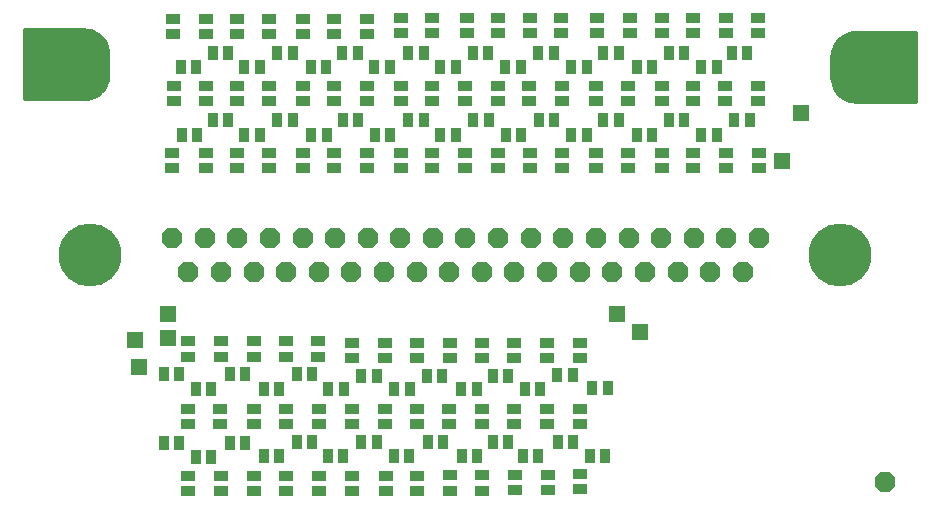
<source format=gts>
G75*
%MOIN*%
%OFA0B0*%
%FSLAX25Y25*%
%IPPOS*%
%LPD*%
%AMOC8*
5,1,8,0,0,1.08239X$1,22.5*
%
%ADD10C,0.01600*%
%ADD11OC8,0.06984*%
%ADD12C,0.20984*%
%ADD13R,0.04528X0.03740*%
%ADD14R,0.03740X0.04528*%
%ADD15R,0.05346X0.05346*%
D10*
X0018705Y0146264D02*
X0018705Y0168764D01*
X0038331Y0168764D01*
X0039562Y0168667D01*
X0040764Y0168378D01*
X0041905Y0167906D01*
X0042959Y0167260D01*
X0043898Y0166458D01*
X0044701Y0165518D01*
X0045347Y0164464D01*
X0045819Y0163323D01*
X0046108Y0162122D01*
X0046205Y0160890D01*
X0046205Y0154138D01*
X0046108Y0152906D01*
X0045819Y0151705D01*
X0045347Y0150563D01*
X0044701Y0149510D01*
X0043898Y0148570D01*
X0042959Y0147768D01*
X0041905Y0147122D01*
X0040764Y0146649D01*
X0039562Y0146361D01*
X0038331Y0146264D01*
X0018705Y0146264D01*
X0018705Y0146441D02*
X0018705Y0168941D01*
X0038331Y0168941D01*
X0039562Y0168844D01*
X0040764Y0168556D01*
X0041905Y0168083D01*
X0042959Y0167437D01*
X0043898Y0166635D01*
X0044701Y0165695D01*
X0045347Y0164642D01*
X0045819Y0163500D01*
X0046108Y0162299D01*
X0046205Y0161067D01*
X0046205Y0154315D01*
X0046108Y0153083D01*
X0045819Y0151882D01*
X0045347Y0150740D01*
X0044701Y0149687D01*
X0043898Y0148747D01*
X0042959Y0147945D01*
X0041905Y0147299D01*
X0040764Y0146826D01*
X0039562Y0146538D01*
X0038331Y0146441D01*
X0018705Y0146441D01*
X0018705Y0147500D02*
X0042233Y0147500D01*
X0042522Y0147500D02*
X0018705Y0147500D01*
X0018705Y0149098D02*
X0044198Y0149098D01*
X0044350Y0149098D02*
X0018705Y0149098D01*
X0018705Y0150697D02*
X0045320Y0150697D01*
X0045402Y0150697D02*
X0018705Y0150697D01*
X0018705Y0152295D02*
X0045919Y0152295D01*
X0045961Y0152295D02*
X0018705Y0152295D01*
X0018705Y0153894D02*
X0046172Y0153894D01*
X0046186Y0153894D02*
X0018705Y0153894D01*
X0018705Y0155492D02*
X0046205Y0155492D01*
X0018705Y0155492D01*
X0018705Y0157091D02*
X0046205Y0157091D01*
X0018705Y0157091D01*
X0018705Y0158689D02*
X0046205Y0158689D01*
X0018705Y0158689D01*
X0018705Y0160288D02*
X0046205Y0160288D01*
X0018705Y0160288D01*
X0018705Y0161886D02*
X0046140Y0161886D01*
X0046126Y0161886D02*
X0018705Y0161886D01*
X0018705Y0163485D02*
X0045823Y0163485D01*
X0045752Y0163485D02*
X0018705Y0163485D01*
X0018705Y0165083D02*
X0045076Y0165083D01*
X0044967Y0165083D02*
X0018705Y0165083D01*
X0018705Y0166682D02*
X0043843Y0166682D01*
X0043636Y0166682D02*
X0018705Y0166682D01*
X0018705Y0168280D02*
X0041428Y0168280D01*
X0041000Y0168280D02*
X0018705Y0168280D01*
X0287898Y0160102D02*
X0287898Y0153350D01*
X0287995Y0152119D01*
X0288283Y0150917D01*
X0288756Y0149776D01*
X0289401Y0148722D01*
X0290204Y0147783D01*
X0291143Y0146980D01*
X0292197Y0146335D01*
X0293338Y0145862D01*
X0294540Y0145573D01*
X0295772Y0145476D01*
X0315398Y0145476D01*
X0315398Y0167976D01*
X0295772Y0167976D01*
X0294540Y0167879D01*
X0293338Y0167591D01*
X0292197Y0167118D01*
X0291143Y0166473D01*
X0290204Y0165670D01*
X0289401Y0164731D01*
X0288756Y0163677D01*
X0288283Y0162536D01*
X0287995Y0161334D01*
X0287898Y0160102D01*
X0287912Y0160288D02*
X0315398Y0160288D01*
X0315398Y0161886D02*
X0288127Y0161886D01*
X0288676Y0163485D02*
X0315398Y0163485D01*
X0315398Y0165083D02*
X0289703Y0165083D01*
X0291485Y0166682D02*
X0315398Y0166682D01*
X0315398Y0158689D02*
X0287898Y0158689D01*
X0287898Y0157091D02*
X0315398Y0157091D01*
X0315398Y0155492D02*
X0287898Y0155492D01*
X0287898Y0153894D02*
X0315398Y0153894D01*
X0315398Y0152295D02*
X0287981Y0152295D01*
X0288374Y0150697D02*
X0315398Y0150697D01*
X0315398Y0149098D02*
X0289171Y0149098D01*
X0290535Y0147500D02*
X0315398Y0147500D01*
X0315398Y0145901D02*
X0293243Y0145901D01*
D11*
X0263388Y0099549D03*
X0252588Y0099549D03*
X0241688Y0099549D03*
X0230788Y0099549D03*
X0219988Y0099549D03*
X0209088Y0099549D03*
X0198188Y0099549D03*
X0187288Y0099549D03*
X0176488Y0099549D03*
X0165588Y0099549D03*
X0154688Y0099549D03*
X0143888Y0099549D03*
X0132988Y0099549D03*
X0122088Y0099549D03*
X0111288Y0099549D03*
X0100388Y0099549D03*
X0089488Y0099549D03*
X0078688Y0099549D03*
X0067788Y0099549D03*
X0073188Y0088349D03*
X0084088Y0088349D03*
X0094988Y0088349D03*
X0105788Y0088349D03*
X0116688Y0088349D03*
X0127588Y0088349D03*
X0138388Y0088349D03*
X0149288Y0088349D03*
X0160188Y0088349D03*
X0170988Y0088349D03*
X0181888Y0088349D03*
X0192788Y0088349D03*
X0203688Y0088349D03*
X0214488Y0088349D03*
X0225388Y0088349D03*
X0236288Y0088349D03*
X0247088Y0088349D03*
X0257988Y0088349D03*
X0305457Y0018351D03*
D12*
X0290588Y0093949D03*
X0040588Y0093949D03*
D13*
X0067920Y0122955D03*
X0067920Y0128073D03*
X0078982Y0128073D03*
X0078982Y0122955D03*
X0089401Y0122955D03*
X0089401Y0128073D03*
X0100272Y0128073D03*
X0100272Y0122955D03*
X0111420Y0122896D03*
X0111420Y0128014D03*
X0121694Y0128014D03*
X0121694Y0122896D03*
X0132901Y0122896D03*
X0132901Y0128014D03*
X0143963Y0128014D03*
X0143963Y0122896D03*
X0154526Y0122896D03*
X0154526Y0128014D03*
X0165588Y0128014D03*
X0165588Y0122896D03*
X0176401Y0122896D03*
X0176401Y0128014D03*
X0187213Y0128014D03*
X0187213Y0122896D03*
X0197882Y0122896D03*
X0197882Y0128014D03*
X0209088Y0128014D03*
X0209088Y0122896D03*
X0219901Y0122896D03*
X0219901Y0128014D03*
X0230963Y0128014D03*
X0230963Y0122896D03*
X0241526Y0122896D03*
X0241526Y0128014D03*
X0252588Y0128014D03*
X0252588Y0122896D03*
X0263401Y0122896D03*
X0263401Y0128014D03*
X0263151Y0145414D03*
X0263151Y0150532D03*
X0252194Y0150532D03*
X0252194Y0145414D03*
X0241526Y0145414D03*
X0241526Y0150532D03*
X0230963Y0150532D03*
X0230963Y0145414D03*
X0219901Y0145414D03*
X0219901Y0150532D03*
X0209088Y0150532D03*
X0209088Y0145414D03*
X0197882Y0145414D03*
X0197882Y0150532D03*
X0186820Y0150532D03*
X0186820Y0145414D03*
X0176401Y0145414D03*
X0176401Y0150532D03*
X0165588Y0150532D03*
X0165588Y0145414D03*
X0154526Y0145414D03*
X0154526Y0150532D03*
X0143963Y0150532D03*
X0143963Y0145414D03*
X0132901Y0145414D03*
X0132901Y0150532D03*
X0121694Y0150532D03*
X0121694Y0145414D03*
X0111420Y0145414D03*
X0111420Y0150532D03*
X0100213Y0150532D03*
X0100213Y0145414D03*
X0089401Y0145414D03*
X0089401Y0150532D03*
X0078982Y0150532D03*
X0078982Y0145414D03*
X0068313Y0145414D03*
X0068313Y0150532D03*
X0068025Y0167683D03*
X0068025Y0172801D03*
X0078982Y0172657D03*
X0089401Y0172801D03*
X0089401Y0167683D03*
X0078982Y0167539D03*
X0100213Y0167539D03*
X0100213Y0172657D03*
X0111420Y0172801D03*
X0111420Y0167683D03*
X0121694Y0167683D03*
X0121694Y0172801D03*
X0132901Y0172801D03*
X0132901Y0167683D03*
X0143963Y0168076D03*
X0143963Y0173194D03*
X0154526Y0173194D03*
X0154526Y0168076D03*
X0166126Y0168076D03*
X0166126Y0173194D03*
X0176401Y0173194D03*
X0176401Y0168076D03*
X0187213Y0168076D03*
X0187213Y0173194D03*
X0197488Y0173194D03*
X0197488Y0168076D03*
X0209482Y0168076D03*
X0209482Y0173194D03*
X0220294Y0173194D03*
X0220294Y0168076D03*
X0230963Y0168076D03*
X0230963Y0173194D03*
X0241526Y0173194D03*
X0241526Y0168076D03*
X0252588Y0168076D03*
X0252588Y0173194D03*
X0263151Y0173194D03*
X0263151Y0168076D03*
X0203789Y0064832D03*
X0203789Y0059714D03*
X0192794Y0059714D03*
X0192794Y0064832D03*
X0181943Y0064832D03*
X0181943Y0059714D03*
X0170947Y0059714D03*
X0170947Y0064832D03*
X0160490Y0064832D03*
X0160490Y0059714D03*
X0149389Y0059714D03*
X0149389Y0064832D03*
X0138643Y0064832D03*
X0138643Y0059714D03*
X0127792Y0059714D03*
X0127792Y0064832D03*
X0116547Y0065226D03*
X0116547Y0060108D03*
X0105696Y0060108D03*
X0105696Y0065226D03*
X0095094Y0065226D03*
X0095094Y0060108D03*
X0083994Y0060108D03*
X0083994Y0065226D03*
X0073143Y0065226D03*
X0073143Y0060108D03*
X0073143Y0042813D03*
X0073143Y0037695D03*
X0083888Y0037695D03*
X0083888Y0042813D03*
X0095239Y0042669D03*
X0095239Y0037551D03*
X0105696Y0037551D03*
X0105696Y0042669D03*
X0116691Y0042669D03*
X0116691Y0037551D03*
X0127792Y0037551D03*
X0127792Y0042669D03*
X0138643Y0042813D03*
X0138643Y0037695D03*
X0149389Y0037695D03*
X0149389Y0042813D03*
X0160135Y0042813D03*
X0160135Y0037695D03*
X0171235Y0037695D03*
X0171235Y0042813D03*
X0181693Y0042813D03*
X0181693Y0037695D03*
X0192794Y0037695D03*
X0192794Y0042813D03*
X0203789Y0042813D03*
X0203789Y0037695D03*
X0203789Y0021044D03*
X0203789Y0015926D03*
X0193187Y0015676D03*
X0193187Y0020794D03*
X0182087Y0020794D03*
X0182087Y0015676D03*
X0170986Y0015532D03*
X0160528Y0015532D03*
X0160528Y0020650D03*
X0170986Y0020650D03*
X0149283Y0020401D03*
X0149283Y0015283D03*
X0139076Y0015283D03*
X0139076Y0020401D03*
X0127792Y0020401D03*
X0127792Y0015283D03*
X0116691Y0015283D03*
X0116691Y0020401D03*
X0105696Y0020401D03*
X0105696Y0015283D03*
X0095239Y0015283D03*
X0095239Y0020401D03*
X0083994Y0020401D03*
X0083994Y0015283D03*
X0073143Y0015283D03*
X0073143Y0020401D03*
D14*
X0064994Y0031410D03*
X0070113Y0031410D03*
X0075635Y0026686D03*
X0080753Y0026686D03*
X0086985Y0031410D03*
X0092103Y0031410D03*
X0098480Y0027080D03*
X0103598Y0027080D03*
X0109475Y0031660D03*
X0114593Y0031660D03*
X0119683Y0026935D03*
X0124801Y0026935D03*
X0130928Y0031660D03*
X0136046Y0031660D03*
X0141673Y0026935D03*
X0146791Y0026935D03*
X0153062Y0031660D03*
X0158180Y0031660D03*
X0164307Y0026935D03*
X0169425Y0026935D03*
X0174765Y0031660D03*
X0179883Y0031660D03*
X0184684Y0026935D03*
X0189802Y0026935D03*
X0196323Y0031660D03*
X0201441Y0031660D03*
X0207069Y0026935D03*
X0212187Y0026935D03*
X0212974Y0049636D03*
X0207856Y0049636D03*
X0201297Y0053967D03*
X0196179Y0053967D03*
X0190446Y0049492D03*
X0185328Y0049492D03*
X0179844Y0053823D03*
X0174726Y0053823D03*
X0169387Y0049492D03*
X0164269Y0049492D03*
X0157892Y0053823D03*
X0152774Y0053823D03*
X0147041Y0049492D03*
X0141923Y0049492D03*
X0136046Y0053823D03*
X0130928Y0053823D03*
X0125050Y0049492D03*
X0119932Y0049492D03*
X0114593Y0054217D03*
X0109475Y0054217D03*
X0103598Y0049492D03*
X0098480Y0049492D03*
X0092103Y0054217D03*
X0086985Y0054217D03*
X0080858Y0049492D03*
X0075740Y0049492D03*
X0070113Y0054217D03*
X0064994Y0054217D03*
X0071017Y0134155D03*
X0076135Y0134155D03*
X0081435Y0138880D03*
X0086554Y0138880D03*
X0091854Y0134155D03*
X0096972Y0134155D03*
X0102917Y0138880D03*
X0108035Y0138880D03*
X0114267Y0134155D03*
X0119385Y0134155D03*
X0124686Y0138880D03*
X0129804Y0138880D03*
X0135354Y0134155D03*
X0140472Y0134155D03*
X0146561Y0138880D03*
X0151679Y0138880D03*
X0157229Y0134155D03*
X0162347Y0134155D03*
X0168186Y0138880D03*
X0173304Y0138880D03*
X0178998Y0134155D03*
X0184117Y0134155D03*
X0190061Y0138880D03*
X0195179Y0138880D03*
X0200873Y0134155D03*
X0205991Y0134155D03*
X0211542Y0138880D03*
X0216660Y0138880D03*
X0222748Y0134155D03*
X0227866Y0134155D03*
X0233417Y0138880D03*
X0238535Y0138880D03*
X0244229Y0134155D03*
X0249347Y0134155D03*
X0255186Y0138880D03*
X0260304Y0138880D03*
X0249347Y0156673D03*
X0244229Y0156673D03*
X0238535Y0161398D03*
X0233417Y0161398D03*
X0227866Y0156673D03*
X0222748Y0156673D03*
X0216660Y0161398D03*
X0211542Y0161398D03*
X0205991Y0156673D03*
X0200873Y0156673D03*
X0195035Y0161398D03*
X0189917Y0161398D03*
X0183972Y0156673D03*
X0178854Y0156673D03*
X0173160Y0161398D03*
X0168042Y0161398D03*
X0162347Y0156673D03*
X0157229Y0156673D03*
X0151679Y0161398D03*
X0146561Y0161398D03*
X0140328Y0156673D03*
X0135210Y0156673D03*
X0129660Y0161398D03*
X0124542Y0161398D03*
X0119241Y0156673D03*
X0114123Y0156673D03*
X0108035Y0161398D03*
X0102917Y0161398D03*
X0096972Y0156673D03*
X0091854Y0156673D03*
X0086554Y0161398D03*
X0081435Y0161398D03*
X0075741Y0156673D03*
X0070623Y0156673D03*
X0254398Y0161398D03*
X0259517Y0161398D03*
D15*
X0277484Y0141264D03*
X0271185Y0125516D03*
X0216067Y0074335D03*
X0223941Y0068429D03*
X0066461Y0066461D03*
X0066461Y0074335D03*
X0055437Y0065673D03*
X0056618Y0056618D03*
M02*

</source>
